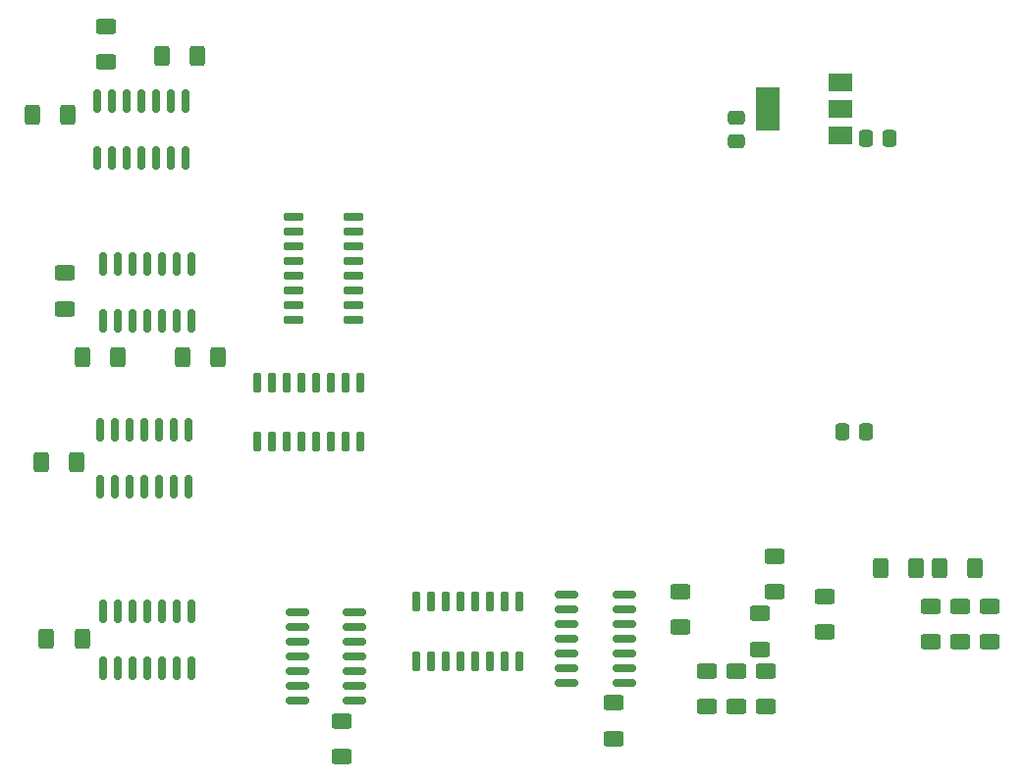
<source format=gbr>
%TF.GenerationSoftware,KiCad,Pcbnew,7.0.1*%
%TF.CreationDate,2023-04-28T17:30:44+02:00*%
%TF.ProjectId,Hexapod_Hardware,48657861-706f-4645-9f48-617264776172,rev?*%
%TF.SameCoordinates,Original*%
%TF.FileFunction,Paste,Bot*%
%TF.FilePolarity,Positive*%
%FSLAX46Y46*%
G04 Gerber Fmt 4.6, Leading zero omitted, Abs format (unit mm)*
G04 Created by KiCad (PCBNEW 7.0.1) date 2023-04-28 17:30:44*
%MOMM*%
%LPD*%
G01*
G04 APERTURE LIST*
G04 Aperture macros list*
%AMRoundRect*
0 Rectangle with rounded corners*
0 $1 Rounding radius*
0 $2 $3 $4 $5 $6 $7 $8 $9 X,Y pos of 4 corners*
0 Add a 4 corners polygon primitive as box body*
4,1,4,$2,$3,$4,$5,$6,$7,$8,$9,$2,$3,0*
0 Add four circle primitives for the rounded corners*
1,1,$1+$1,$2,$3*
1,1,$1+$1,$4,$5*
1,1,$1+$1,$6,$7*
1,1,$1+$1,$8,$9*
0 Add four rect primitives between the rounded corners*
20,1,$1+$1,$2,$3,$4,$5,0*
20,1,$1+$1,$4,$5,$6,$7,0*
20,1,$1+$1,$6,$7,$8,$9,0*
20,1,$1+$1,$8,$9,$2,$3,0*%
G04 Aperture macros list end*
%ADD10RoundRect,0.150000X-0.825000X-0.150000X0.825000X-0.150000X0.825000X0.150000X-0.825000X0.150000X0*%
%ADD11R,2.000000X1.500000*%
%ADD12R,2.000000X3.800000*%
%ADD13RoundRect,0.250000X-0.400000X-0.625000X0.400000X-0.625000X0.400000X0.625000X-0.400000X0.625000X0*%
%ADD14RoundRect,0.150000X-0.725000X-0.150000X0.725000X-0.150000X0.725000X0.150000X-0.725000X0.150000X0*%
%ADD15RoundRect,0.250000X-0.625000X0.400000X-0.625000X-0.400000X0.625000X-0.400000X0.625000X0.400000X0*%
%ADD16RoundRect,0.250000X0.625000X-0.400000X0.625000X0.400000X-0.625000X0.400000X-0.625000X-0.400000X0*%
%ADD17RoundRect,0.250000X0.400000X0.625000X-0.400000X0.625000X-0.400000X-0.625000X0.400000X-0.625000X0*%
%ADD18RoundRect,0.150000X-0.150000X0.825000X-0.150000X-0.825000X0.150000X-0.825000X0.150000X0.825000X0*%
%ADD19RoundRect,0.250000X-0.337500X-0.475000X0.337500X-0.475000X0.337500X0.475000X-0.337500X0.475000X0*%
%ADD20RoundRect,0.150000X0.150000X-0.725000X0.150000X0.725000X-0.150000X0.725000X-0.150000X-0.725000X0*%
%ADD21RoundRect,0.250000X-0.475000X0.337500X-0.475000X-0.337500X0.475000X-0.337500X0.475000X0.337500X0*%
%ADD22RoundRect,0.150000X0.150000X-0.825000X0.150000X0.825000X-0.150000X0.825000X-0.150000X-0.825000X0*%
%ADD23RoundRect,0.250000X0.337500X0.475000X-0.337500X0.475000X-0.337500X-0.475000X0.337500X-0.475000X0*%
G04 APERTURE END LIST*
D10*
%TO.C,U7*%
X111128000Y-106426000D03*
X111128000Y-105156000D03*
X111128000Y-103886000D03*
X111128000Y-102616000D03*
X111128000Y-101346000D03*
X111128000Y-100076000D03*
X111128000Y-98806000D03*
X116078000Y-98806000D03*
X116078000Y-100076000D03*
X116078000Y-101346000D03*
X116078000Y-102616000D03*
X116078000Y-103886000D03*
X116078000Y-105156000D03*
X116078000Y-106426000D03*
%TD*%
D11*
%TO.C,U8*%
X134722000Y-54596000D03*
X134722000Y-56896000D03*
D12*
X128422000Y-56896000D03*
D11*
X134722000Y-59196000D03*
%TD*%
D13*
%TO.C,R55*%
X77952000Y-78326500D03*
X81052000Y-78326500D03*
%TD*%
D14*
%TO.C,IC1*%
X87595000Y-75057000D03*
X87595000Y-73787000D03*
X87595000Y-72517000D03*
X87595000Y-71247000D03*
X87595000Y-69977000D03*
X87595000Y-68707000D03*
X87595000Y-67437000D03*
X87595000Y-66167000D03*
X92745000Y-66167000D03*
X92745000Y-67437000D03*
X92745000Y-68707000D03*
X92745000Y-69977000D03*
X92745000Y-71247000D03*
X92745000Y-72517000D03*
X92745000Y-73787000D03*
X92745000Y-75057000D03*
%TD*%
D15*
%TO.C,R2*%
X67818000Y-71068000D03*
X67818000Y-74168000D03*
%TD*%
D16*
%TO.C,R41*%
X145034000Y-102896000D03*
X145034000Y-99796000D03*
%TD*%
%TO.C,R53*%
X71374000Y-52858000D03*
X71374000Y-49758000D03*
%TD*%
%TO.C,R30*%
X115159500Y-111245500D03*
X115159500Y-108145500D03*
%TD*%
D17*
%TO.C,R51*%
X141250000Y-96520000D03*
X138150000Y-96520000D03*
%TD*%
D13*
%TO.C,R54*%
X76174000Y-52324000D03*
X79274000Y-52324000D03*
%TD*%
D16*
%TO.C,R40*%
X123190000Y-108484000D03*
X123190000Y-105384000D03*
%TD*%
D18*
%TO.C,U4*%
X70866000Y-84582000D03*
X72136000Y-84582000D03*
X73406000Y-84582000D03*
X74676000Y-84582000D03*
X75946000Y-84582000D03*
X77216000Y-84582000D03*
X78486000Y-84582000D03*
X78486000Y-89532000D03*
X77216000Y-89532000D03*
X75946000Y-89532000D03*
X74676000Y-89532000D03*
X73406000Y-89532000D03*
X72136000Y-89532000D03*
X70866000Y-89532000D03*
%TD*%
D19*
%TO.C,C4*%
X136884500Y-59436000D03*
X138959500Y-59436000D03*
%TD*%
D20*
%TO.C,IC3*%
X106992000Y-104531000D03*
X105722000Y-104531000D03*
X104452000Y-104531000D03*
X103182000Y-104531000D03*
X101912000Y-104531000D03*
X100642000Y-104531000D03*
X99372000Y-104531000D03*
X98102000Y-104531000D03*
X98102000Y-99381000D03*
X99372000Y-99381000D03*
X100642000Y-99381000D03*
X101912000Y-99381000D03*
X103182000Y-99381000D03*
X104452000Y-99381000D03*
X105722000Y-99381000D03*
X106992000Y-99381000D03*
%TD*%
D16*
%TO.C,R28*%
X91694000Y-112802000D03*
X91694000Y-109702000D03*
%TD*%
D15*
%TO.C,R50*%
X127762000Y-100454629D03*
X127762000Y-103554629D03*
%TD*%
D16*
%TO.C,R52*%
X147574000Y-102896000D03*
X147574000Y-99796000D03*
%TD*%
D13*
%TO.C,R15*%
X65760000Y-87376000D03*
X68860000Y-87376000D03*
%TD*%
D16*
%TO.C,R39*%
X128270000Y-108484000D03*
X128270000Y-105384000D03*
%TD*%
D15*
%TO.C,R45*%
X129032000Y-95478000D03*
X129032000Y-98578000D03*
%TD*%
D21*
%TO.C,C5*%
X125730000Y-57636500D03*
X125730000Y-59711500D03*
%TD*%
D17*
%TO.C,R11*%
X72416000Y-78326500D03*
X69316000Y-78326500D03*
%TD*%
D15*
%TO.C,R38*%
X120904000Y-98526000D03*
X120904000Y-101626000D03*
%TD*%
D17*
%TO.C,R46*%
X146330000Y-96520000D03*
X143230000Y-96520000D03*
%TD*%
D16*
%TO.C,R43*%
X125730000Y-108484000D03*
X125730000Y-105384000D03*
%TD*%
D10*
%TO.C,U6*%
X87884000Y-107924000D03*
X87884000Y-106654000D03*
X87884000Y-105384000D03*
X87884000Y-104114000D03*
X87884000Y-102844000D03*
X87884000Y-101574000D03*
X87884000Y-100304000D03*
X92834000Y-100304000D03*
X92834000Y-101574000D03*
X92834000Y-102844000D03*
X92834000Y-104114000D03*
X92834000Y-105384000D03*
X92834000Y-106654000D03*
X92834000Y-107924000D03*
%TD*%
D18*
%TO.C,U5*%
X71120000Y-100206000D03*
X72390000Y-100206000D03*
X73660000Y-100206000D03*
X74930000Y-100206000D03*
X76200000Y-100206000D03*
X77470000Y-100206000D03*
X78740000Y-100206000D03*
X78740000Y-105156000D03*
X77470000Y-105156000D03*
X76200000Y-105156000D03*
X74930000Y-105156000D03*
X73660000Y-105156000D03*
X72390000Y-105156000D03*
X71120000Y-105156000D03*
%TD*%
D17*
%TO.C,R3*%
X68098000Y-57404000D03*
X64998000Y-57404000D03*
%TD*%
D16*
%TO.C,R42*%
X142494000Y-102896000D03*
X142494000Y-99796000D03*
%TD*%
%TO.C,R44*%
X133350000Y-102056629D03*
X133350000Y-98956629D03*
%TD*%
D20*
%TO.C,IC2*%
X93345000Y-85633000D03*
X92075000Y-85633000D03*
X90805000Y-85633000D03*
X89535000Y-85633000D03*
X88265000Y-85633000D03*
X86995000Y-85633000D03*
X85725000Y-85633000D03*
X84455000Y-85633000D03*
X84455000Y-80483000D03*
X85725000Y-80483000D03*
X86995000Y-80483000D03*
X88265000Y-80483000D03*
X89535000Y-80483000D03*
X90805000Y-80483000D03*
X92075000Y-80483000D03*
X93345000Y-80483000D03*
%TD*%
D13*
%TO.C,R17*%
X66249500Y-102616000D03*
X69349500Y-102616000D03*
%TD*%
D18*
%TO.C,U3*%
X70612000Y-56199000D03*
X71882000Y-56199000D03*
X73152000Y-56199000D03*
X74422000Y-56199000D03*
X75692000Y-56199000D03*
X76962000Y-56199000D03*
X78232000Y-56199000D03*
X78232000Y-61149000D03*
X76962000Y-61149000D03*
X75692000Y-61149000D03*
X74422000Y-61149000D03*
X73152000Y-61149000D03*
X71882000Y-61149000D03*
X70612000Y-61149000D03*
%TD*%
D22*
%TO.C,U2*%
X78740000Y-75213500D03*
X77470000Y-75213500D03*
X76200000Y-75213500D03*
X74930000Y-75213500D03*
X73660000Y-75213500D03*
X72390000Y-75213500D03*
X71120000Y-75213500D03*
X71120000Y-70263500D03*
X72390000Y-70263500D03*
X73660000Y-70263500D03*
X74930000Y-70263500D03*
X76200000Y-70263500D03*
X77470000Y-70263500D03*
X78740000Y-70263500D03*
%TD*%
D23*
%TO.C,C8*%
X136949000Y-84758629D03*
X134874000Y-84758629D03*
%TD*%
M02*

</source>
